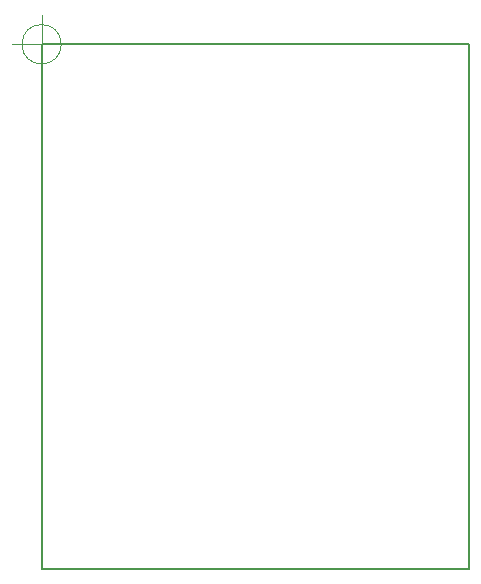
<source format=gm1>
G04 #@! TF.GenerationSoftware,KiCad,Pcbnew,6.0.7+dfsg-3*
G04 #@! TF.CreationDate,2022-10-05T14:50:53+02:00*
G04 #@! TF.ProjectId,squeow,73717565-6f77-42e6-9b69-6361645f7063,rev?*
G04 #@! TF.SameCoordinates,Original*
G04 #@! TF.FileFunction,Profile,NP*
%FSLAX46Y46*%
G04 Gerber Fmt 4.6, Leading zero omitted, Abs format (unit mm)*
G04 Created by KiCad (PCBNEW 6.0.7+dfsg-3) date 2022-10-05 14:50:53*
%MOMM*%
%LPD*%
G01*
G04 APERTURE LIST*
G04 #@! TA.AperFunction,Profile*
%ADD10C,0.150000*%
G04 #@! TD*
G04 #@! TA.AperFunction,Profile*
%ADD11C,0.100000*%
G04 #@! TD*
G04 APERTURE END LIST*
D10*
X12065000Y-12065000D02*
X48260000Y-12065000D01*
X48260000Y-12065000D02*
X48260000Y-56515000D01*
X48260000Y-56515000D02*
X12065000Y-56515000D01*
X12065000Y-56515000D02*
X12065000Y-12065000D01*
D11*
X13731666Y-12065000D02*
G75*
G03*
X13731666Y-12065000I-1666666J0D01*
G01*
X9565000Y-12065000D02*
X14565000Y-12065000D01*
X12065000Y-9565000D02*
X12065000Y-14565000D01*
M02*

</source>
